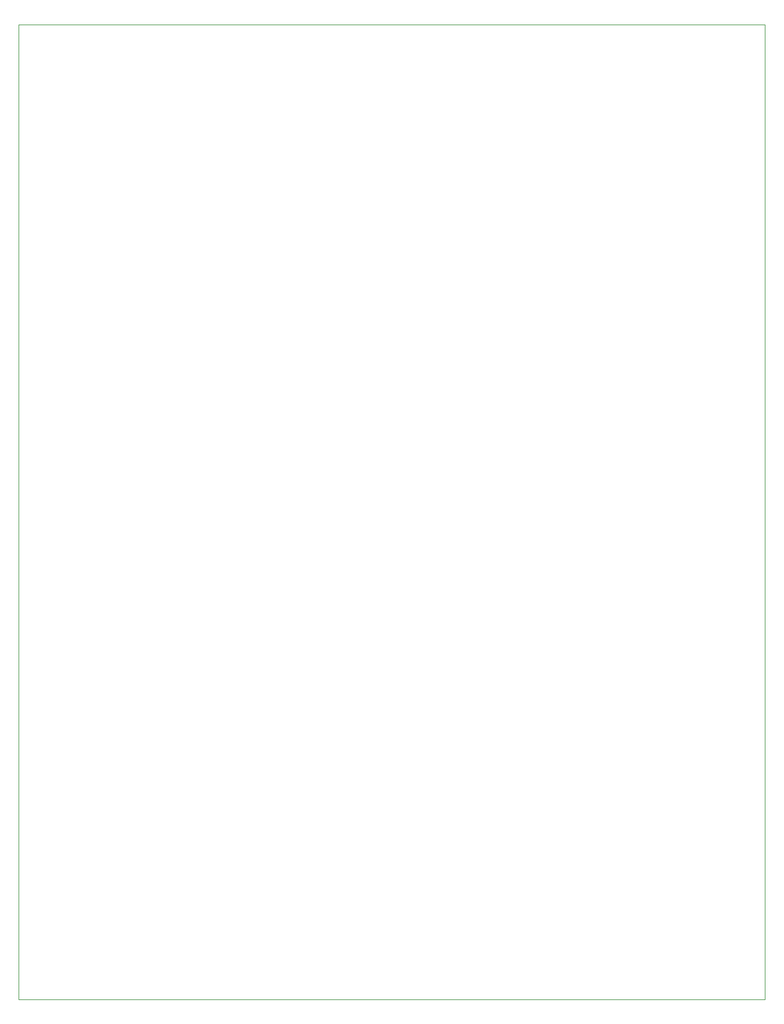
<source format=gbr>
G04 #@! TF.GenerationSoftware,KiCad,Pcbnew,(5.1.6)-1*
G04 #@! TF.CreationDate,2020-10-25T12:14:21+01:00*
G04 #@! TF.ProjectId,FPGC4IOboard,46504743-3449-44f6-926f-6172642e6b69,rev?*
G04 #@! TF.SameCoordinates,Original*
G04 #@! TF.FileFunction,Profile,NP*
%FSLAX46Y46*%
G04 Gerber Fmt 4.6, Leading zero omitted, Abs format (unit mm)*
G04 Created by KiCad (PCBNEW (5.1.6)-1) date 2020-10-25 12:14:21*
%MOMM*%
%LPD*%
G01*
G04 APERTURE LIST*
G04 #@! TA.AperFunction,Profile*
%ADD10C,0.050000*%
G04 #@! TD*
G04 APERTURE END LIST*
D10*
X64770000Y-21590000D02*
X170180000Y-21590000D01*
X170180000Y-21590000D02*
X170180000Y-159258000D01*
X64770000Y-21590000D02*
X64770000Y-159258000D01*
X170180000Y-159258000D02*
X64770000Y-159258000D01*
M02*

</source>
